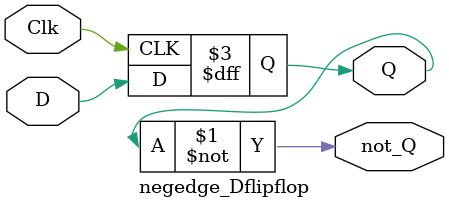
<source format=v>
module negedge_Dflipflop (D, Clk, Q, not_Q);
input D, Clk;
output not_Q;
output reg Q;

assign not_Q = ~(Q);

always @ (negedge Clk) begin
	Q <= D;
end
endmodule
</source>
